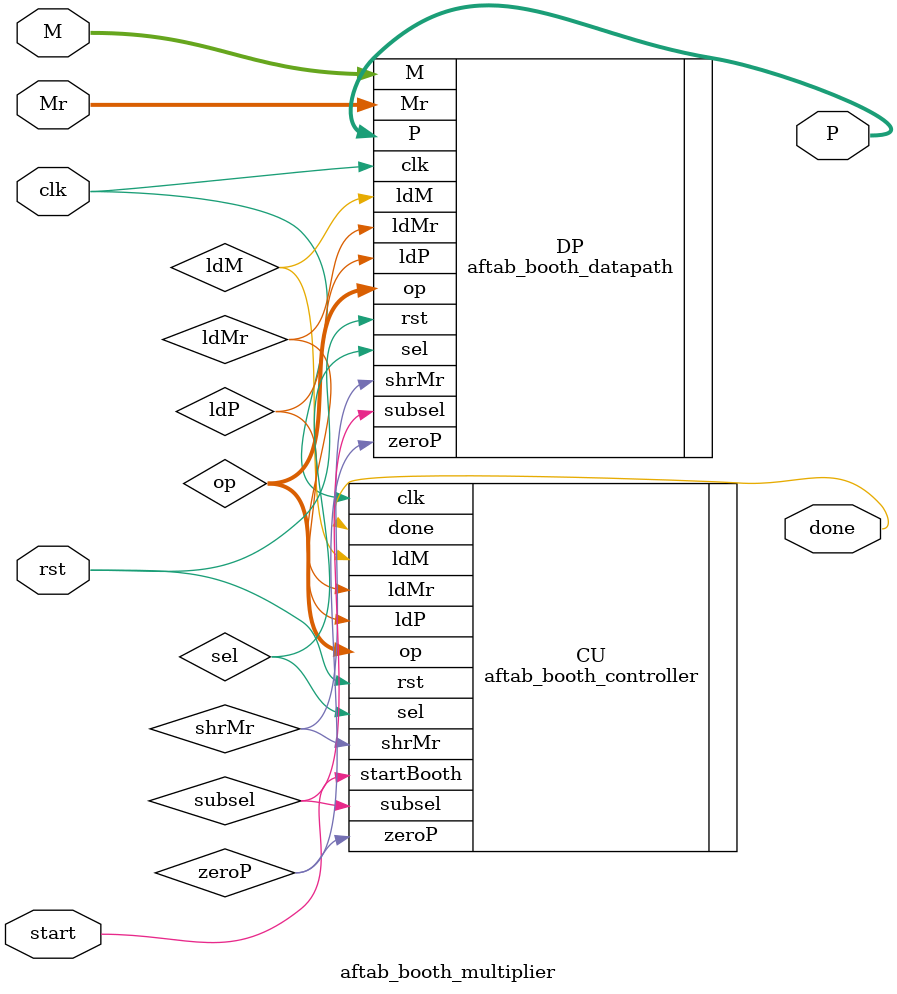
<source format=v>
`timescale 1ns/1ns

module aftab_booth_multiplier #( parameter size = 33) (
    input [size-1:0] M,
    input [size-1:0] Mr,
    input clk,
    input rst,
    input start,
    output done,
    output [2*size-1:0] P
);

    wire [1:0] op;
    wire shrMr;
    wire ldMr;
    wire ldM;
    wire ldP;
    wire zeroP;
    wire sel;
    wire subsel;

    aftab_booth_datapath #(33) DP (
        .M(M),
        .Mr(Mr),
        .clk(clk),
        .rst(rst),
        .shrMr(shrMr),
        .ldMr(ldMr),
        .ldM(ldM),
        .ldP(ldP),
        .zeroP(zeroP),
        .sel(sel),
        .subsel(subsel),
        .P(P),
        .op(op)
    );

    aftab_booth_controller #(33) CU (
        .startBooth(start),
        .clk(clk),
        .rst(rst),
        .op(op),
        .shrMr(shrMr),
        .ldMr(ldMr),
        .ldM(ldM),
        .ldP(ldP),
        .zeroP(zeroP),
        .sel(sel),
        .subsel(subsel),
        .done(done)
    );

endmodule

</source>
